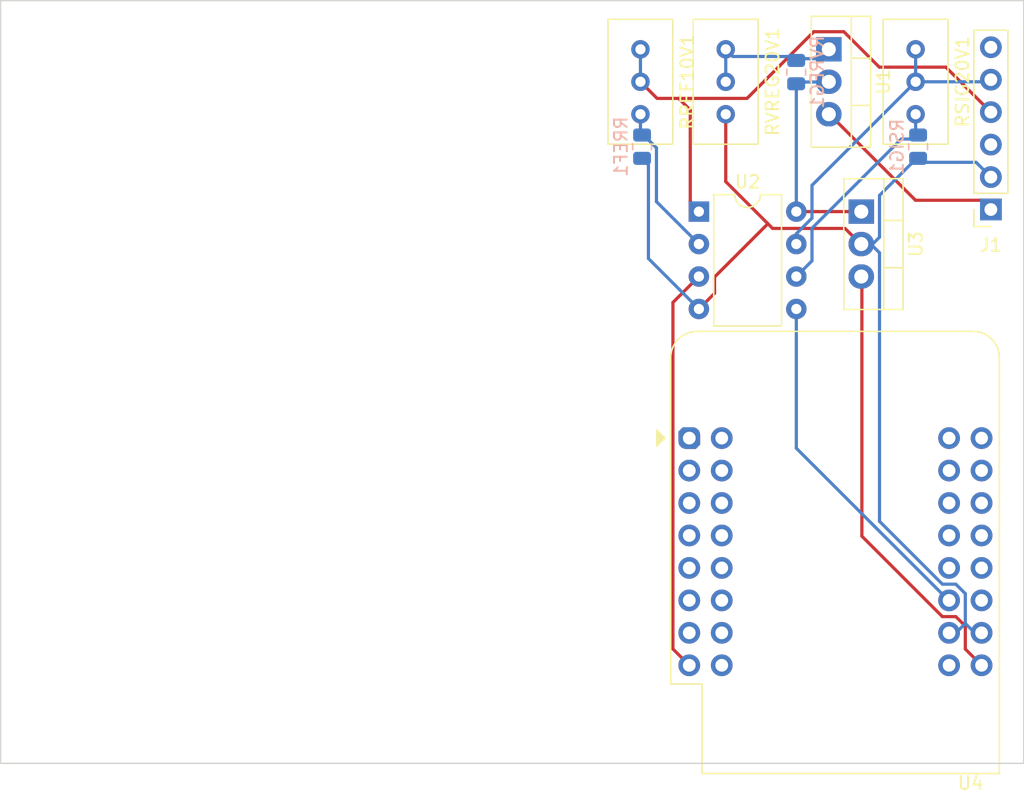
<source format=kicad_pcb>
(kicad_pcb (version 20240108) (generator "pcbnew") (generator_version "8.0")
  (layers (0 "F.Cu" signal) (31 "B.Cu" signal) (34 "B.Paste" user) (35 "F.Paste" user) (36 "B.SilkS" user "B.Silkscreen") (37 "F.SilkS" user "F.Silkscreen") (38 "B.Mask" user) (39 "F.Mask" user) (44 "Edge.Cuts" user))
  (net 0 "")
  (net 1 "20v")
  (net 2 "Net-(U1-ADJ)")
  (net 3 "GND")
  (net 4 "+24V")
  (net 5 "Net-(U2A--)")
  (net 6 "3V3")
  (net 7 "Net-(U2B--)")
  (net 8 "valve_D+-10v")
  (net 9 "valve_E-+10v")
  (net 10 "5v")
  (net 40 "Net-(U2B-+)")
  (footprint "Package_TO_SOT_THT:TO-220-3_Vertical" (layer "F.Cu") (at 132.08 38.1 -90)
    (property "Reference" "U3" (at 2.54 -4.27 90) (layer "F.SilkS"))
    (property "Value" "L7805")
    (fp_line (start -2.58 1.371) (end 7.66 1.371) (stroke (width 0.12)) (layer "F.SilkS"))
    (fp_line (start -2.58 -1.76) (end 7.66 -1.76) (stroke (width 0.12)) (layer "F.SilkS"))
    (fp_line (start -2.58 -3.27) (end -2.58 1.371) (stroke (width 0.12)) (layer "F.SilkS"))
    (fp_line (start -2.58 -3.27) (end 7.66 -3.27) (stroke (width 0.12)) (layer "F.SilkS"))
    (fp_line (start 0.69 -3.27) (end 0.69 -1.76) (stroke (width 0.12)) (layer "F.SilkS"))
    (fp_line (start 4.391 -3.27) (end 4.391 -1.76) (stroke (width 0.12)) (layer "F.SilkS"))
    (fp_line (start 7.66 -3.27) (end 7.66 1.371) (stroke (width 0.12)) (layer "F.SilkS"))
    (pad "1" thru_hole rect (at 0 0 270) (size 1.905 2) (drill 1.1) (layers "*.Cu" "*.Mask") (net 1 "20v"))
    (pad "2" thru_hole oval (at 2.54 0 270) (size 1.905 2) (drill 1.1) (layers "*.Cu" "*.Mask") (net 3 "GND"))
    (pad "3" thru_hole oval (at 5.08 0 270) (size 1.905 2) (drill 1.1) (layers "*.Cu" "*.Mask") (net 10 "5v"))
  )
  (footprint "Package_DIP:DIP-8_W7.62mm" (layer "F.Cu") (at 119.38 38.1)
    (property "Reference" "U2" (at 3.81 -2.33 180) (layer "F.SilkS"))
    (property "Value" "LMV358")
    (fp_line (start 1.16 -1.33) (end 1.16 8.95) (stroke (width 0.12)) (layer "F.SilkS"))
    (fp_line (start 1.16 8.95) (end 6.46 8.95) (stroke (width 0.12)) (layer "F.SilkS"))
    (fp_line (start 2.81 -1.33) (end 1.16 -1.33) (stroke (width 0.12)) (layer "F.SilkS"))
    (fp_line (start 6.46 -1.33) (end 4.81 -1.33) (stroke (width 0.12)) (layer "F.SilkS"))
    (fp_line (start 6.46 8.95) (end 6.46 -1.33) (stroke (width 0.12)) (layer "F.SilkS"))
    (fp_arc (start 4.81 -1.33) (mid 3.81 -0.33) (end 2.81 -1.33) (stroke (width 0.12)) (layer "F.SilkS"))
    (pad "1" thru_hole rect (at 0 0) (size 1.6 1.6) (drill 0.8) (layers "*.Cu" "*.Mask") (net 8 "valve_D+-10v"))
    (pad "2" thru_hole oval (at 0 2.54) (size 1.6 1.6) (drill 0.8) (layers "*.Cu" "*.Mask") (net 5 "Net-(U2A--)"))
    (pad "3" thru_hole oval (at 0 5.08) (size 1.6 1.6) (drill 0.8) (layers "*.Cu" "*.Mask") (net 6 "3V3"))
    (pad "4" thru_hole oval (at 0 7.62) (size 1.6 1.6) (drill 0.8) (layers "*.Cu" "*.Mask") (net 3 "GND"))
    (pad "5" thru_hole oval (at 7.62 7.62) (size 1.6 1.6) (drill 0.8) (layers "*.Cu" "*.Mask") (net 40 "Net-(U2B-+)"))
    (pad "6" thru_hole oval (at 7.62 5.08) (size 1.6 1.6) (drill 0.8) (layers "*.Cu" "*.Mask") (net 7 "Net-(U2B--)"))
    (pad "7" thru_hole oval (at 7.62 2.54) (size 1.6 1.6) (drill 0.8) (layers "*.Cu" "*.Mask") (net 9 "valve_E-+10v"))
    (pad "8" thru_hole oval (at 7.62 0) (size 1.6 1.6) (drill 0.8) (layers "*.Cu" "*.Mask") (net 1 "20v"))
  )
  (footprint "Package_TO_SOT_THT:TO-220-3_Vertical" (layer "F.Cu") (at 129.54 25.4 -90)
    (property "Reference" "U1" (at 2.54 -4.27 90) (layer "F.SilkS"))
    (property "Value" "LT1086-ADJ")
    (fp_line (start -2.58 1.371) (end 7.66 1.371) (stroke (width 0.12)) (layer "F.SilkS"))
    (fp_line (start -2.58 -1.76) (end 7.66 -1.76) (stroke (width 0.12)) (layer "F.SilkS"))
    (fp_line (start -2.58 -3.27) (end -2.58 1.371) (stroke (width 0.12)) (layer "F.SilkS"))
    (fp_line (start -2.58 -3.27) (end 7.66 -3.27) (stroke (width 0.12)) (layer "F.SilkS"))
    (fp_line (start 0.69 -3.27) (end 0.69 -1.76) (stroke (width 0.12)) (layer "F.SilkS"))
    (fp_line (start 4.391 -3.27) (end 4.391 -1.76) (stroke (width 0.12)) (layer "F.SilkS"))
    (fp_line (start 7.66 -3.27) (end 7.66 1.371) (stroke (width 0.12)) (layer "F.SilkS"))
    (pad "1" thru_hole rect (at 0 0 270) (size 1.905 2) (drill 1.1) (layers "*.Cu" "*.Mask") (net 2 "Net-(U1-ADJ)"))
    (pad "2" thru_hole oval (at 2.54 0 270) (size 1.905 2) (drill 1.1) (layers "*.Cu" "*.Mask") (net 1 "20v"))
    (pad "3" thru_hole oval (at 5.08 0 270) (size 1.905 2) (drill 1.1) (layers "*.Cu" "*.Mask") (net 4 "+24V"))
  )
  (footprint "Potentiometer_THT:Potentiometer_Bourns_3296W_Vertical" (layer "F.Cu") (at 136.33 30.48 -90)
    (property "Reference" "RSIG20V1" (at -2.54 -3.66 90) (layer "F.SilkS"))
    (property "Value" "20k")
    (fp_line (start -7.425 2.54) (end 2.345 2.54) (stroke (width 0.12)) (layer "F.SilkS"))
    (fp_line (start -7.425 -2.53) (end -7.425 2.54) (stroke (width 0.12)) (layer "F.SilkS"))
    (fp_line (start -7.425 -2.53) (end 2.345 -2.53) (stroke (width 0.12)) (layer "F.SilkS"))
    (fp_line (start 2.345 -2.53) (end 2.345 2.54) (stroke (width 0.12)) (layer "F.SilkS"))
    (pad "1" thru_hole circle (at 0 0 270) (size 1.44 1.44) (drill 0.8) (layers "*.Cu" "*.Mask") (net 7 "Net-(U2B--)"))
    (pad "2" thru_hole circle (at -2.54 0 270) (size 1.44 1.44) (drill 0.8) (layers "*.Cu" "*.Mask") (net 9 "valve_E-+10v"))
    (pad "3" thru_hole circle (at -5.08 0 270) (size 1.44 1.44) (drill 0.8) (layers "*.Cu" "*.Mask") (net 9 "valve_E-+10v"))
  )
  (footprint "wemos:WEMOS_S2_mini" (layer "F.Cu") (at 118.6275 55.825)
    (property "Reference" "U4" (at 22 27 0) (layer "F.SilkS"))
    (property "Value" "WeMos_S2_mini")
    (fp_line (start -1.45 19.25) (end -1.45 -6.3) (stroke (width 0.12)) (layer "F.SilkS"))
    (fp_line (start -1.45 19.25) (end 1 19.25) (stroke (width 0.12)) (layer "F.SilkS"))
    (fp_line (start 1 19.25) (end 1 26.25) (stroke (width 0.12)) (layer "F.SilkS"))
    (fp_line (start 1 26.25) (end 24.25 26.25) (stroke (width 0.12)) (layer "F.SilkS"))
    (fp_line (start 22.2 -8.35) (end 0.6 -8.35) (stroke (width 0.12)) (layer "F.SilkS"))
    (fp_line (start 24.25 26.25) (end 24.25 -6.3) (stroke (width 0.12)) (layer "F.SilkS"))
    (fp_arc (start -1.45 -6.3) (mid -0.849569 -7.749569) (end 0.6 -8.35) (stroke (width 0.12)) (layer "F.SilkS"))
    (fp_arc (start 22.2 -8.35) (mid 23.649569 -7.749569) (end 24.25 -6.3) (stroke (width 0.12)) (layer "F.SilkS"))
    (fp_poly (pts (xy -2.54 -0.635) (xy -2.54 0.635) (xy -1.905 0)) (stroke (width 0.12)) (fill solid) (layer "F.SilkS"))
    (pad "1" thru_hole roundrect (at 0 0) (size 1.7 1.7) (drill 1) (layers "*.Cu" "*.Mask") (roundrect_rratio 0.35) (chamfer_ratio 0.2) (chamfer top_left bottom_right))
    (pad "2" thru_hole circle (at 0 2.54) (size 1.7 1.7) (drill 1) (layers "*.Cu" "*.Mask"))
    (pad "3" thru_hole circle (at 0 5.08) (size 1.7 1.7) (drill 1) (layers "*.Cu" "*.Mask"))
    (pad "4" thru_hole circle (at 0 7.62) (size 1.7 1.7) (drill 1) (layers "*.Cu" "*.Mask"))
    (pad "5" thru_hole circle (at 0 10.16) (size 1.7 1.7) (drill 1) (layers "*.Cu" "*.Mask"))
    (pad "6" thru_hole circle (at 0 12.7) (size 1.7 1.7) (drill 1) (layers "*.Cu" "*.Mask"))
    (pad "7" thru_hole circle (at 0 15.24) (size 1.7 1.7) (drill 1) (layers "*.Cu" "*.Mask"))
    (pad "8" thru_hole circle (at 0 17.78) (size 1.7 1.7) (drill 1) (layers "*.Cu" "*.Mask") (net 6 "3V3"))
    (pad "9" thru_hole circle (at 22.86 17.78) (size 1.7 1.7) (drill 1) (layers "*.Cu" "*.Mask") (net 10 "5v"))
    (pad "10" thru_hole circle (at 22.86 15.24) (size 1.7 1.7) (drill 1) (layers "*.Cu" "*.Mask") (net 3 "GND"))
    (pad "11" thru_hole circle (at 22.86 12.7) (size 1.7 1.7) (drill 1) (layers "*.Cu" "*.Mask"))
    (pad "12" thru_hole circle (at 22.86 10.16) (size 1.7 1.7) (drill 1) (layers "*.Cu" "*.Mask"))
    (pad "13" thru_hole circle (at 22.86 7.62) (size 1.7 1.7) (drill 1) (layers "*.Cu" "*.Mask"))
    (pad "14" thru_hole circle (at 22.86 5.08) (size 1.7 1.7) (drill 1) (layers "*.Cu" "*.Mask"))
    (pad "15" thru_hole circle (at 22.86 2.54) (size 1.7 1.7) (drill 1) (layers "*.Cu" "*.Mask"))
    (pad "16" thru_hole circle (at 22.86 0) (size 1.7 1.7) (drill 1) (layers "*.Cu" "*.Mask"))
    (pad "17" thru_hole circle (at 2.54 0) (size 1.7 1.7) (drill 1) (layers "*.Cu" "*.Mask"))
    (pad "18" thru_hole circle (at 2.54 2.54) (size 1.7 1.7) (drill 1) (layers "*.Cu" "*.Mask"))
    (pad "19" thru_hole circle (at 2.54 5.08) (size 1.7 1.7) (drill 1) (layers "*.Cu" "*.Mask"))
    (pad "20" thru_hole circle (at 2.54 7.62) (size 1.7 1.7) (drill 1) (layers "*.Cu" "*.Mask"))
    (pad "21" thru_hole circle (at 2.54 10.16) (size 1.7 1.7) (drill 1) (layers "*.Cu" "*.Mask"))
    (pad "22" thru_hole circle (at 2.54 12.7) (size 1.7 1.7) (drill 1) (layers "*.Cu" "*.Mask"))
    (pad "23" thru_hole circle (at 2.54 15.24) (size 1.7 1.7) (drill 1) (layers "*.Cu" "*.Mask"))
    (pad "24" thru_hole circle (at 2.54 17.78) (size 1.7 1.7) (drill 1) (layers "*.Cu" "*.Mask"))
    (pad "25" thru_hole circle (at 20.32 17.78) (size 1.7 1.7) (drill 1) (layers "*.Cu" "*.Mask"))
    (pad "26" thru_hole circle (at 20.32 15.24) (size 1.7 1.7) (drill 1) (layers "*.Cu" "*.Mask") (net 3 "GND"))
    (pad "27" thru_hole circle (at 20.32 12.7) (size 1.7 1.7) (drill 1) (layers "*.Cu" "*.Mask") (net 40 "Net-(U2B-+)"))
    (pad "28" thru_hole circle (at 20.32 10.16) (size 1.7 1.7) (drill 1) (layers "*.Cu" "*.Mask"))
    (pad "29" thru_hole circle (at 20.32 7.62) (size 1.7 1.7) (drill 1) (layers "*.Cu" "*.Mask"))
    (pad "30" thru_hole circle (at 20.32 5.08) (size 1.7 1.7) (drill 1) (layers "*.Cu" "*.Mask"))
    (pad "31" thru_hole circle (at 20.32 2.54) (size 1.7 1.7) (drill 1) (layers "*.Cu" "*.Mask"))
    (pad "32" thru_hole circle (at 20.32 0) (size 1.7 1.7) (drill 1) (layers "*.Cu" "*.Mask"))
  )
  (footprint "Potentiometer_THT:Potentiometer_Bourns_3296W_Vertical" (layer "F.Cu") (at 121.48 30.48 -90)
    (property "Reference" "RVREG20V1" (at -2.54 -3.66 90) (layer "F.SilkS"))
    (property "Value" "20k")
    (fp_line (start -7.425 2.54) (end 2.345 2.54) (stroke (width 0.12)) (layer "F.SilkS"))
    (fp_line (start -7.425 -2.53) (end -7.425 2.54) (stroke (width 0.12)) (layer "F.SilkS"))
    (fp_line (start -7.425 -2.53) (end 2.345 -2.53) (stroke (width 0.12)) (layer "F.SilkS"))
    (fp_line (start 2.345 -2.53) (end 2.345 2.54) (stroke (width 0.12)) (layer "F.SilkS"))
    (pad "1" thru_hole circle (at 0 0 270) (size 1.44 1.44) (drill 0.8) (layers "*.Cu" "*.Mask") (net 3 "GND"))
    (pad "2" thru_hole circle (at -2.54 0 270) (size 1.44 1.44) (drill 0.8) (layers "*.Cu" "*.Mask") (net 2 "Net-(U1-ADJ)"))
    (pad "3" thru_hole circle (at -5.08 0 270) (size 1.44 1.44) (drill 0.8) (layers "*.Cu" "*.Mask") (net 2 "Net-(U1-ADJ)"))
  )
  (footprint "Connector_PinSocket_2.54mm:PinSocket_1x06_P2.54mm_Vertical" (layer "F.Cu") (at 142.215 37.937 180)
    (property "Reference" "J1" (at 0 -2.77 0) (layer "F.SilkS"))
    (property "Value" "~")
    (fp_line (start 1.33 1.27) (end 1.33 14.03) (stroke (width 0.12)) (layer "F.SilkS"))
    (fp_line (start 1.33 -1.33) (end 1.33 0) (stroke (width 0.12)) (layer "F.SilkS"))
    (fp_line (start 0 -1.33) (end 1.33 -1.33) (stroke (width 0.12)) (layer "F.SilkS"))
    (fp_line (start -1.33 14.03) (end 1.33 14.03) (stroke (width 0.12)) (layer "F.SilkS"))
    (fp_line (start -1.33 1.27) (end 1.33 1.27) (stroke (width 0.12)) (layer "F.SilkS"))
    (fp_line (start -1.33 1.27) (end -1.33 14.03) (stroke (width 0.12)) (layer "F.SilkS"))
    (pad "1" thru_hole rect (at 0 0 180) (size 1.7 1.7) (drill 1) (layers "*.Cu" "*.Mask") (net 4 "+24V"))
    (pad "2" thru_hole oval (at 0 2.54 180) (size 1.7 1.7) (drill 1) (layers "*.Cu" "*.Mask") (net 3 "GND"))
    (pad "3" thru_hole oval (at 0 5.08 180) (size 1.7 1.7) (drill 1) (layers "*.Cu" "*.Mask"))
    (pad "4" thru_hole oval (at 0 7.62 180) (size 1.7 1.7) (drill 1) (layers "*.Cu" "*.Mask") (net 8 "valve_D+-10v"))
    (pad "5" thru_hole oval (at 0 10.16 180) (size 1.7 1.7) (drill 1) (layers "*.Cu" "*.Mask") (net 9 "valve_E-+10v"))
    (pad "6" thru_hole oval (at 0 12.7 180) (size 1.7 1.7) (drill 1) (layers "*.Cu" "*.Mask"))
  )
  (footprint "Potentiometer_THT:Potentiometer_Bourns_3296W_Vertical" (layer "F.Cu") (at 114.81 30.48 -90)
    (property "Reference" "RREF10V1" (at -2.54 -3.66 90) (layer "F.SilkS"))
    (property "Value" "20k")
    (fp_line (start -7.425 2.54) (end 2.345 2.54) (stroke (width 0.12)) (layer "F.SilkS"))
    (fp_line (start -7.425 -2.53) (end -7.425 2.54) (stroke (width 0.12)) (layer "F.SilkS"))
    (fp_line (start -7.425 -2.53) (end 2.345 -2.53) (stroke (width 0.12)) (layer "F.SilkS"))
    (fp_line (start 2.345 -2.53) (end 2.345 2.54) (stroke (width 0.12)) (layer "F.SilkS"))
    (pad "1" thru_hole circle (at 0 0 270) (size 1.44 1.44) (drill 0.8) (layers "*.Cu" "*.Mask") (net 5 "Net-(U2A--)"))
    (pad "2" thru_hole circle (at -2.54 0 270) (size 1.44 1.44) (drill 0.8) (layers "*.Cu" "*.Mask") (net 8 "valve_D+-10v"))
    (pad "3" thru_hole circle (at -5.08 0 270) (size 1.44 1.44) (drill 0.8) (layers "*.Cu" "*.Mask") (net 8 "valve_D+-10v"))
  )
  (footprint "Resistor_SMD:R_0805_2012Metric" (layer "B.Cu") (at 114.935 33.02 -90)
    (property "Reference" "RREF1" (at 0 1.65 90) (layer "B.SilkS") (effects (justify mirror)))
    (property "Value" "1k")
    (fp_line (start 0.227064 0.735) (end -0.227064 0.735) (stroke (width 0.12)) (layer "B.SilkS"))
    (fp_line (start 0.227064 -0.735) (end -0.227064 -0.735) (stroke (width 0.12)) (layer "B.SilkS"))
    (pad "1" smd roundrect (at -0.9125 0 270) (size 1.025 1.4) (layers "B.Cu" "B.Paste" "B.Mask") (roundrect_rratio 0.243902) (net 5 "Net-(U2A--)"))
    (pad "2" smd roundrect (at 0.9125 0 270) (size 1.025 1.4) (layers "B.Cu" "B.Paste" "B.Mask") (roundrect_rratio 0.243902) (net 3 "GND"))
  )
  (footprint "Resistor_SMD:R_0805_2012Metric" (layer "B.Cu") (at 126.9878 27.1832 90)
    (property "Reference" "RVREG1" (at 0 1.65 90) (layer "B.SilkS") (effects (justify mirror)))
    (property "Value" "1k")
    (fp_line (start 0.227064 -0.735) (end -0.227064 -0.735) (stroke (width 0.12)) (layer "B.SilkS"))
    (fp_line (start 0.227064 0.735) (end -0.227064 0.735) (stroke (width 0.12)) (layer "B.SilkS"))
    (pad "1" smd roundrect (at -0.9125 0 90) (size 1.025 1.4) (layers "B.Cu" "B.Paste" "B.Mask") (roundrect_rratio 0.243902) (net 1 "20v"))
    (pad "2" smd roundrect (at 0.9125 0 90) (size 1.025 1.4) (layers "B.Cu" "B.Paste" "B.Mask") (roundrect_rratio 0.243902) (net 2 "Net-(U1-ADJ)"))
  )
  (footprint "Resistor_SMD:R_0805_2012Metric" (layer "B.Cu") (at 136.525 33.02 -90)
    (property "Reference" "RSIG1" (at 0 1.65 90) (layer "B.SilkS") (effects (justify mirror)))
    (property "Value" "1k")
    (fp_line (start 0.227064 0.735) (end -0.227064 0.735) (stroke (width 0.12)) (layer "B.SilkS"))
    (fp_line (start 0.227064 -0.735) (end -0.227064 -0.735) (stroke (width 0.12)) (layer "B.SilkS"))
    (pad "1" smd roundrect (at -0.9125 0 270) (size 1.025 1.4) (layers "B.Cu" "B.Paste" "B.Mask") (roundrect_rratio 0.243902) (net 7 "Net-(U2B--)"))
    (pad "2" smd roundrect (at 0.9125 0 270) (size 1.025 1.4) (layers "B.Cu" "B.Paste" "B.Mask") (roundrect_rratio 0.243902) (net 3 "GND"))
  )
  (gr_rect (start 64.77 21.59) (end 144.78 81.28) (stroke (width 0.1)) (fill none) (layer "Edge.Cuts"))
  (segment (start 131.08 38.1) (end 127 38.1) (width 0.25) (layer "F.Cu") (net 1))
  (segment (start 131.205 38.1) (end 131.08 38.1) (width 0.25) (layer "F.Cu") (net 1))
  (segment (start 132.08 38.1) (end 131.205 38.1) (width 0.25) (layer "F.Cu") (net 1))
  (segment (start 129.4743 27.9582) (end 127.6888 27.9582) (width 0.25) (layer "B.Cu") (net 1))
  (segment (start 126.9878 28.0957) (end 127 28.4842) (width 0.25) (layer "B.Cu") (net 1))
  (segment (start 127.5638 27.9582) (end 126.9878 28.0957) (width 0.25) (layer "B.Cu") (net 1))
  (segment (start 129.54 27.94) (end 129.4925 27.94) (width 0.25) (layer "B.Cu") (net 1))
  (segment (start 127 28.6092) (end 127 38.1) (width 0.25) (layer "B.Cu") (net 1))
  (segment (start 127.6888 27.9582) (end 127.5638 27.9582) (width 0.25) (layer "B.Cu") (net 1))
  (segment (start 127 28.4842) (end 127 28.6092) (width 0.25) (layer "B.Cu") (net 1))
  (segment (start 129.4925 27.94) (end 129.4743 27.9582) (width 0.25) (layer "B.Cu") (net 1))
  (segment (start 122.0402 25.9602) (end 121.48 25.4) (width 0.25) (layer "B.Cu") (net 2))
  (segment (start 126.9878 26.2707) (end 127.5638 26.1332) (width 0.25) (layer "B.Cu") (net 2))
  (segment (start 127.6888 26.1332) (end 128.54 26.1332) (width 0.25) (layer "B.Cu") (net 2))
  (segment (start 126.9878 26.2707) (end 126.2964 25.9602) (width 0.25) (layer "B.Cu") (net 2))
  (segment (start 121.48 27.94) (end 121.48 25.4) (width 0.25) (layer "B.Cu") (net 2))
  (segment (start 128.665 26.1332) (end 129.54 25.4) (width 0.25) (layer "B.Cu") (net 2))
  (segment (start 126.2964 25.9602) (end 122.0402 25.9602) (width 0.25) (layer "B.Cu") (net 2))
  (segment (start 128.54 26.1332) (end 128.665 26.1332) (width 0.25) (layer "B.Cu") (net 2))
  (segment (start 127.5638 26.1332) (end 127.6888 26.1332) (width 0.25) (layer "B.Cu") (net 2))
  (segment (start 121.48 35.7538) (end 121.48 30.48) (width 0.25) (layer "F.Cu") (net 3))
  (segment (start 130.8075 39.415) (end 132.0325 40.64) (width 0.25) (layer "F.Cu") (net 3))
  (segment (start 120.605 44.495) (end 120.605 43.2192) (width 0.25) (layer "F.Cu") (net 3))
  (segment (start 124.7752 39.049) (end 125.1412 39.415) (width 0.25) (layer "F.Cu") (net 3))
  (segment (start 120.605 43.2192) (end 124.7752 39.049) (width 0.25) (layer "F.Cu") (net 3))
  (segment (start 124.7752 39.049) (end 121.48 35.7538) (width 0.25) (layer "F.Cu") (net 3))
  (segment (start 132.0325 40.64) (end 132.08 40.64) (width 0.25) (layer "F.Cu") (net 3))
  (segment (start 125.1412 39.415) (end 130.8075 39.415) (width 0.25) (layer "F.Cu") (net 3))
  (segment (start 119.38 45.72) (end 120.605 44.495) (width 0.25) (layer "F.Cu") (net 3))
  (segment (start 139.4736 67.255) (end 138.4214 67.255) (width 0.25) (layer "B.Cu") (net 3))
  (segment (start 141.061 34.243) (end 137.2164 34.243) (width 0.25) (layer "B.Cu") (net 3))
  (segment (start 132.2002 40.7127) (end 132.8965 40.7127) (width 0.25) (layer "B.Cu") (net 3))
  (segment (start 132.1275 40.64) (end 132.2002 40.7127) (width 0.25) (layer "B.Cu") (net 3))
  (segment (start 115.433 41.773) (end 119.38 45.72) (width 0.25) (layer "B.Cu") (net 3))
  (segment (start 133.505 41.3212) (end 132.8965 40.7127) (width 0.25) (layer "B.Cu") (net 3))
  (segment (start 138.4214 67.255) (end 133.505 62.3386) (width 0.25) (layer "B.Cu") (net 3))
  (segment (start 115.433 34.4364) (end 115.433 41.773) (width 0.25) (layer "B.Cu") (net 3))
  (segment (start 140.9505 71.065) (end 140.2175 70.332) (width 0.25) (layer "B.Cu") (net 3))
  (segment (start 139.4845 71.065) (end 140.2175 70.332) (width 0.25) (layer "B.Cu") (net 3))
  (segment (start 142.215 35.397) (end 141.061 34.243) (width 0.25) (layer "B.Cu") (net 3))
  (segment (start 133.505 40.1042) (end 132.8965 40.7127) (width 0.25) (layer "B.Cu") (net 3))
  (segment (start 133.505 36.8329) (end 133.505 40.1042) (width 0.25) (layer "B.Cu") (net 3))
  (segment (start 141.4875 71.065) (end 140.9505 71.065) (width 0.25) (layer "B.Cu") (net 3))
  (segment (start 136.525 33.9325) (end 135.9383 34.3996) (width 0.25) (layer "B.Cu") (net 3))
  (segment (start 114.935 33.9325) (end 115.433 34.4364) (width 0.25) (layer "B.Cu") (net 3))
  (segment (start 135.9383 34.3996) (end 133.505 36.8329) (width 0.25) (layer "B.Cu") (net 3))
  (segment (start 137.2164 34.243) (end 136.525 33.9325) (width 0.25) (layer "B.Cu") (net 3))
  (segment (start 132.08 40.64) (end 132.1275 40.64) (width 0.25) (layer "B.Cu") (net 3))
  (segment (start 133.505 62.3386) (end 133.505 41.3212) (width 0.25) (layer "B.Cu") (net 3))
  (segment (start 140.2175 67.9989) (end 139.4736 67.255) (width 0.25) (layer "B.Cu") (net 3))
  (segment (start 140.2175 70.332) (end 140.2175 67.9989) (width 0.25) (layer "B.Cu") (net 3))
  (segment (start 138.9475 71.065) (end 139.4845 71.065) (width 0.25) (layer "B.Cu") (net 3))
  (segment (start 141.49 37.212) (end 141.365 37.212) (width 0.25) (layer "F.Cu") (net 4))
  (segment (start 136.3195 37.212) (end 129.5875 30.48) (width 0.25) (layer "F.Cu") (net 4))
  (segment (start 129.5875 30.48) (end 129.54 30.48) (width 0.25) (layer "F.Cu") (net 4))
  (segment (start 141.365 37.212) (end 136.3195 37.212) (width 0.25) (layer "F.Cu") (net 4))
  (segment (start 142.215 37.937) (end 141.49 37.212) (width 0.25) (layer "F.Cu") (net 4))
  (segment (start 116.061 37.321) (end 119.38 40.64) (width 0.25) (layer "B.Cu") (net 5))
  (segment (start 114.81 30.48) (end 114.81 31.594) (width 0.25) (layer "B.Cu") (net 5))
  (segment (start 114.81 31.594) (end 114.81 31.719) (width 0.25) (layer "B.Cu") (net 5))
  (segment (start 114.935 32.1075) (end 115.5217 32.5746) (width 0.25) (layer "B.Cu") (net 5))
  (segment (start 116.061 33.1139) (end 116.061 37.321) (width 0.25) (layer "B.Cu") (net 5))
  (segment (start 114.81 31.719) (end 114.935 32.1075) (width 0.25) (layer "B.Cu") (net 5))
  (segment (start 115.5217 32.5746) (end 116.061 33.1139) (width 0.25) (layer "B.Cu") (net 5))
  (segment (start 117.3502 72.3277) (end 117.3502 45.2098) (width 0.25) (layer "F.Cu") (net 6))
  (segment (start 117.3502 45.2098) (end 119.38 43.18) (width 0.25) (layer "F.Cu") (net 6))
  (segment (start 118.6275 73.605) (end 117.3502 72.3277) (width 0.25) (layer "F.Cu") (net 6))
  (segment (start 136.33 30.48) (end 136.33 31.594) (width 0.25) (layer "B.Cu") (net 7))
  (segment (start 136.525 32.1075) (end 135.8336 32.418) (width 0.25) (layer "B.Cu") (net 7))
  (segment (start 135.2085 32.418) (end 128.225 39.4015) (width 0.25) (layer "B.Cu") (net 7))
  (segment (start 136.33 31.594) (end 136.33 31.719) (width 0.25) (layer "B.Cu") (net 7))
  (segment (start 128.225 41.955) (end 127 43.18) (width 0.25) (layer "B.Cu") (net 7))
  (segment (start 136.33 31.719) (end 136.525 32.1075) (width 0.25) (layer "B.Cu") (net 7))
  (segment (start 135.8336 32.418) (end 135.2085 32.418) (width 0.25) (layer "B.Cu") (net 7))
  (segment (start 128.225 39.4015) (end 128.225 41.955) (width 0.25) (layer "B.Cu") (net 7))
  (segment (start 116.1104 29.2404) (end 114.81 27.94) (width 0.25) (layer "F.Cu") (net 8))
  (segment (start 118.705 30.1519) (end 117.7935 29.2404) (width 0.25) (layer "F.Cu") (net 8))
  (segment (start 128.364 24.0225) (end 123.1461 29.2404) (width 0.25) (layer "F.Cu") (net 8))
  (segment (start 133.4885 26.795) (end 130.716 24.0225) (width 0.25) (layer "F.Cu") (net 8))
  (segment (start 138.693 26.795) (end 133.4885 26.795) (width 0.25) (layer "F.Cu") (net 8))
  (segment (start 117.7935 29.2404) (end 116.1104 29.2404) (width 0.25) (layer "F.Cu") (net 8))
  (segment (start 142.215 30.317) (end 138.693 26.795) (width 0.25) (layer "F.Cu") (net 8))
  (segment (start 118.705 37.425) (end 118.705 37.3) (width 0.25) (layer "F.Cu") (net 8))
  (segment (start 123.1461 29.2404) (end 117.7935 29.2404) (width 0.25) (layer "F.Cu") (net 8))
  (segment (start 130.716 24.0225) (end 128.364 24.0225) (width 0.25) (layer "F.Cu") (net 8))
  (segment (start 118.705 37.3) (end 118.705 30.1519) (width 0.25) (layer "F.Cu") (net 8))
  (segment (start 119.38 38.1) (end 118.705 37.425) (width 0.25) (layer "F.Cu") (net 8))
  (segment (start 114.81 25.4) (end 114.81 27.94) (width 0.25) (layer "B.Cu") (net 8))
  (segment (start 136.33 27.94) (end 128.225 36.045) (width 0.25) (layer "B.Cu") (net 9))
  (segment (start 136.33 25.4) (end 136.33 27.94) (width 0.25) (layer "B.Cu") (net 9))
  (segment (start 128.225 38.6074) (end 127 39.8324) (width 0.25) (layer "B.Cu") (net 9))
  (segment (start 127 39.8324) (end 127 40.64) (width 0.25) (layer "B.Cu") (net 9))
  (segment (start 142.215 27.777) (end 142.052 27.94) (width 0.25) (layer "B.Cu") (net 9))
  (segment (start 128.225 36.045) (end 128.225 38.6074) (width 0.25) (layer "B.Cu") (net 9))
  (segment (start 142.052 27.94) (end 136.33 27.94) (width 0.25) (layer "B.Cu") (net 9))
  (segment (start 132.1275 63.5011) (end 132.1275 43.18) (width 0.25) (layer "F.Cu") (net 10))
  (segment (start 139.4736 69.795) (end 138.4214 69.795) (width 0.25) (layer "F.Cu") (net 10))
  (segment (start 141.4875 73.605) (end 140.2175 72.335) (width 0.25) (layer "F.Cu") (net 10))
  (segment (start 140.2175 72.335) (end 140.2175 70.5389) (width 0.25) (layer "F.Cu") (net 10))
  (segment (start 138.4214 69.795) (end 132.1275 63.5011) (width 0.25) (layer "F.Cu") (net 10))
  (segment (start 140.2175 70.5389) (end 139.4736 69.795) (width 0.25) (layer "F.Cu") (net 10))
  (segment (start 132.1275 43.18) (end 132.08 43.18) (width 0.25) (layer "F.Cu") (net 10))
  (segment (start 138.9475 68.525) (end 138.9066 68.525) (width 0.25) (layer "B.Cu") (net 40))
  (segment (start 127 56.6184) (end 127 45.72) (width 0.25) (layer "B.Cu") (net 40))
  (segment (start 138.9066 68.525) (end 127 56.6184) (width 0.25) (layer "B.Cu") (net 40))
)
</source>
